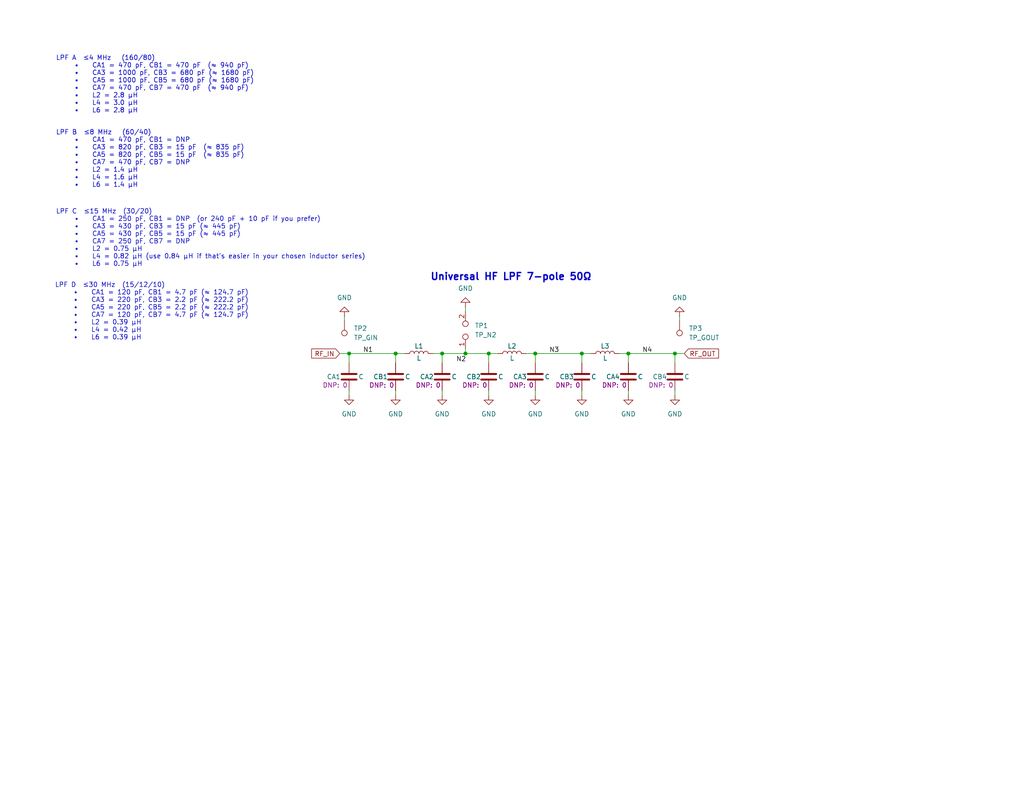
<source format=kicad_sch>
(kicad_sch (version 20250114) (generator "eeschema") (generator_version "9.0")
  (paper "A")
  (title_block (title "HF LPF Generic") (date "2026-02-05") (rev "0") (company "Lee C. Bussy"))
  (lib_symbols
    (symbol "Connector:TestPoint" (pin_numbers (hide yes)) (pin_names (offset 0.762) (hide yes))
      (property "Reference" "TP" (at 0 6.858 0))
      (property "Value" "TestPoint" (at 0 5.08 0))
      (symbol "TestPoint_0_1"
        (circle (center 0 3.302) (radius 0.762))
      )
      (symbol "TestPoint_1_1"
        (pin passive line (at 0 0 90) (length 2.54) (name "1") (number "1"))
      )
    )
    (symbol "Connector:TestPoint_2Pole" (pin_names (offset 0.762) (hide yes))
      (property "Reference" "TP" (at 0 1.524 0))
      (property "Value" "TestPoint_2Pole" (at 0 -1.778 0))
      (symbol "TestPoint_2Pole_0_1"
        (circle (center -1.778 0) (radius 0.762))
        (circle (center 1.778 0) (radius 0.762))
        (pin passive line (at -5.08 0 0) (length 2.54) (name "1") (number "1"))
        (pin passive line (at 5.08 0 180) (length 2.54) (name "2") (number "2"))
      )
    )
    (symbol "Device:C" (pin_numbers (hide yes)) (pin_names (offset 0.254))
      (property "Reference" "C" (at 0.635 2.54 0))
      (property "Value" "C" (at 0.635 -2.54 0))
      (symbol "C_0_1"
        (polyline (pts (xy -2.032 0.762) (xy 2.032 0.762)) (stroke (width 0.508)))
        (polyline (pts (xy -2.032 -0.762) (xy 2.032 -0.762)) (stroke (width 0.508)))
      )
      (symbol "C_1_1"
        (pin passive line (at 0 3.81 270) (length 2.794) (name "~") (number "1"))
        (pin passive line (at 0 -3.81 90) (length 2.794) (name "~") (number "2"))
      )
    )
    (symbol "Device:L" (pin_numbers (hide yes)) (pin_names (offset 1.016) (hide yes))
      (property "Reference" "L" (at -1.27 0 90))
      (property "Value" "L" (at 1.905 0 90))
      (symbol "L_0_1"
        (arc (start 0 2.54) (mid 0.6323 1.905) (end 0 1.27))
        (arc (start 0 1.27) (mid 0.6323 0.635) (end 0 0))
        (arc (start 0 0) (mid 0.6323 -0.635) (end 0 -1.27))
        (arc (start 0 -1.27) (mid 0.6323 -1.905) (end 0 -2.54))
      )
      (symbol "L_1_1"
        (pin passive line (at 0 3.81 270) (length 1.27) (name "1") (number "1"))
        (pin passive line (at 0 -3.81 90) (length 1.27) (name "2") (number "2"))
      )
    )
    (symbol "power:GND" (power) (pin_numbers (hide yes)) (pin_names (offset 0) (hide yes))
      (property "Value" "GND" (at 0 -3.81 0))
      (symbol "GND_0_1"
        (polyline (pts (xy 0 0) (xy 0 -1.27) (xy 1.27 -1.27) (xy 0 -2.54) (xy -1.27 -1.27) (xy 0 -1.27)))
      )
      (symbol "GND_1_1"
        (pin power_in line (at 0 0 270) (length 0) (name "~") (number "1"))
      )
    )
  )
  (text "Universal HF LPF 7-pole 50Ω" (at 139.446 75.692 0) (effects (font (size 1.905 1.905) (thickness 0.381) (bold yes))))
  (text "LPF C  ≤15 MHz  (30/20)\n	•	CA1 = 250 pF, CB1 = DNP  (or 240 pF + 10 pF if you prefer)\n	•	CA3 = 430 pF, CB3 = 15 pF (≈ 445 pF)\n	•	CA5 = 430 pF, CB5 = 15 pF (≈ 445 pF)\n	•	CA7 = 250 pF, CB7 = DNP\n	•	L2 = 0.75 µH\n	•	L4 = 0.82 µH (use 0.84 µH if that's easier in your chosen inductor series)\n	•	L6 = 0.75 µH" (at 15.24 65.024 0) (effects (font (size 1.27 1.27)) (justify left)))
  (text "LPF D  ≤30 MHz  (15/12/10)\n	•	CA1 = 120 pF, CB1 = 4.7 pF (≈ 124.7 pF)\n	•	CA3 = 220 pF, CB3 = 2.2 pF (≈ 222.2 pF)\n	•	CA5 = 220 pF, CB5 = 2.2 pF (≈ 222.2 pF)\n	•	CA7 = 120 pF, CB7 = 4.7 pF (≈ 124.7 pF)\n	•	L2 = 0.39 µH\n	•	L4 = 0.42 µH\n	•	L6 = 0.39 µH" (at 14.986 85.09 0) (effects (font (size 1.27 1.27)) (justify left)))
  (text "LPF B  ≤8 MHz   (60/40)\n	•	CA1 = 470 pF, CB1 = DNP\n	•	CA3 = 820 pF, CB3 = 15 pF  (≈ 835 pF)\n	•	CA5 = 820 pF, CB5 = 15 pF  (≈ 835 pF)\n	•	CA7 = 470 pF, CB7 = DNP\n	•	L2 = 1.4 µH\n	•	L4 = 1.6 µH\n	•	L6 = 1.4 µH" (at 15.24 43.434 0) (effects (font (size 1.27 1.27) (thickness 0.1588)) (justify left)))
  (text "LPF A  ≤4 MHz   (160/80)\n	•	CA1 = 470 pF, CB1 = 470 pF  (≈ 940 pF)\n	•	CA3 = 1000 pF, CB3 = 680 pF (≈ 1680 pF)\n	•	CA5 = 1000 pF, CB5 = 680 pF (≈ 1680 pF)\n	•	CA7 = 470 pF, CB7 = 470 pF  (≈ 940 pF)\n	•	L2 = 2.8 µH\n	•	L4 = 3.0 µH\n	•	L6 = 2.8 µH" (at 15.24 23.114 0) (effects (font (size 1.27 1.27) (thickness 0.1588)) (justify left)))
  (junction (at 127 96.52))
  (junction (at 120.65 96.52))
  (junction (at 107.95 96.52))
  (junction (at 146.05 96.52))
  (junction (at 171.45 96.52))
  (junction (at 95.25 96.52))
  (junction (at 133.35 96.52))
  (junction (at 158.75 96.52))
  (junction (at 184.15 96.52))
  (wire (pts (xy 158.75 96.52) (xy 158.75 99.06)))
  (wire (pts (xy 120.65 96.52) (xy 127 96.52)))
  (wire (pts (xy 143.51 96.52) (xy 146.05 96.52)))
  (wire (pts (xy 133.35 96.52) (xy 133.35 99.06)))
  (wire (pts (xy 146.05 106.68) (xy 146.05 107.95)))
  (wire (pts (xy 107.95 106.68) (xy 107.95 107.95)))
  (wire (pts (xy 107.95 96.52) (xy 110.49 96.52)))
  (wire (pts (xy 158.75 106.68) (xy 158.75 107.95)))
  (wire (pts (xy 171.45 106.68) (xy 171.45 107.95)))
  (wire (pts (xy 120.65 106.68) (xy 120.65 107.95)))
  (wire (pts (xy 118.11 96.52) (xy 120.65 96.52)))
  (wire (pts (xy 185.42 86.36) (xy 185.42 87.63)))
  (wire (pts (xy 127 95.25) (xy 127 96.52)))
  (wire (pts (xy 133.35 106.68) (xy 133.35 107.95)))
  (wire (pts (xy 171.45 96.52) (xy 184.15 96.52)))
  (wire (pts (xy 184.15 96.52) (xy 186.69 96.52)))
  (wire (pts (xy 171.45 96.52) (xy 171.45 99.06)))
  (wire (pts (xy 184.15 106.68) (xy 184.15 107.95)))
  (wire (pts (xy 93.98 86.36) (xy 93.98 87.63)))
  (wire (pts (xy 127 96.52) (xy 133.35 96.52)))
  (wire (pts (xy 95.25 96.52) (xy 95.25 99.06)))
  (wire (pts (xy 184.15 96.52) (xy 184.15 99.06)))
  (wire (pts (xy 127 83.82) (xy 127 85.09)))
  (wire (pts (xy 158.75 96.52) (xy 161.29 96.52)))
  (wire (pts (xy 92.71 96.52) (xy 95.25 96.52)))
  (wire (pts (xy 146.05 96.52) (xy 158.75 96.52)))
  (wire (pts (xy 107.95 96.52) (xy 107.95 99.06)))
  (wire (pts (xy 95.25 96.52) (xy 107.95 96.52)))
  (wire (pts (xy 95.25 106.68) (xy 95.25 107.95)))
  (wire (pts (xy 133.35 96.52) (xy 135.89 96.52)))
  (wire (pts (xy 120.65 96.52) (xy 120.65 99.06)))
  (wire (pts (xy 168.91 96.52) (xy 171.45 96.52)))
  (wire (pts (xy 146.05 96.52) (xy 146.05 99.06)))
  (label "N4" (at 175.26 96.52 0))
  (label "N2" (at 124.46 99.06 0))
  (label "N3" (at 149.86 96.52 0))
  (label "N1" (at 99.06 96.52 0))
  (global_label "RF_IN" (shape input) (at 92.71 96.52 180) (property "Intersheetrefs" "${INTERSHEET_REFS}" (effects (hide yes))))
  (global_label "RF_OUT" (shape input) (at 186.69 96.52 0) (property "Intersheetrefs" "${INTERSHEET_REFS}" (effects (hide yes))))
  (symbol (lib_id "Device:C") (at 95.25 102.87 0) (unit 1)
    (property "Reference" "CA1" (at 89.154 102.87 0) (effects (justify left)))
    (property "Value" "C" (at 97.79 102.87 0) (effects (justify left)))
    (property "Footprint" "Capacitor_SMD:C_0805_2012Metric" (effects (hide yes)))
    (property "Description" "Unpolarized capacitor" (effects (hide yes)))
    (property "DNP" "0" (at 91.44 105.156 0) (show_name yes))
  )
  (symbol (lib_id "Connector:TestPoint_2Pole") (at 127 90.17 90) (unit 1)
    (property "Reference" "TP1" (at 129.54 88.8999 90) (effects (justify right)))
    (property "Value" "TP_N2" (at 129.54 91.4399 90) (effects (justify right)))
    (property "Footprint" "TestPoint:TestPoint_2Pads_Pitch2.54mm_Drill0.8mm" (effects (hide yes)))
    (property "Description" "2-polar test point" (effects (hide yes)))
  )
  (symbol (lib_id "Device:C") (at 107.95 102.87 0) (unit 1)
    (property "Reference" "CB1" (at 101.854 102.87 0) (effects (justify left)))
    (property "Value" "C" (at 110.49 102.87 0) (effects (justify left)))
    (property "Footprint" "Capacitor_SMD:C_0805_2012Metric" (effects (hide yes)))
    (property "Description" "Unpolarized capacitor" (effects (hide yes)))
    (property "DNP" "0" (at 104.14 105.156 0) (show_name yes))
  )
  (symbol (lib_id "power:GND") (at 107.95 107.95 0) (unit 1)
    (property "Reference" "#PWR02" (effects (hide yes)))
    (property "Value" "GND" (at 107.95 113.03 0))
    (property "Description" "Power symbol creates a global label with name \"GND\" , ground" (effects (hide yes)))
  )
  (symbol (lib_id "Device:L") (at 165.1 96.52 90) (unit 1)
    (property "Reference" "L3" (at 165.1 94.488 90))
    (property "Value" "L" (at 165.1 97.79 90))
    (property "Footprint" "Inductor_SMD:L_1206_3216Metric" (effects (hide yes)))
    (property "Description" "Inductor" (effects (hide yes)))
    (property "DNP" "0" (effects (hide yes)))
  )
  (symbol (lib_id "power:GND") (at 185.42 86.36 180) (unit 1)
    (property "Reference" "#PWR011" (effects (hide yes)))
    (property "Value" "GND" (at 185.42 81.28 0))
    (property "Description" "Power symbol creates a global label with name \"GND\" , ground" (effects (hide yes)))
  )
  (symbol (lib_id "Device:L") (at 114.3 96.52 90) (unit 1)
    (property "Reference" "L1" (at 114.3 94.488 90))
    (property "Value" "L" (at 114.3 97.79 90))
    (property "Footprint" "Inductor_SMD:L_1206_3216Metric" (effects (hide yes)))
    (property "Description" "Inductor" (effects (hide yes)))
    (property "DNP" "0" (effects (hide yes)))
  )
  (symbol (lib_id "Connector:TestPoint") (at 93.98 87.63 180) (unit 1)
    (property "Reference" "TP2" (at 96.52 89.6619 0) (effects (justify right)))
    (property "Value" "TP_GIN" (at 96.52 92.2019 0) (effects (justify right)))
    (property "Footprint" "TestPoint:TestPoint_Pad_1.0x1.0mm" (effects (hide yes)))
    (property "Description" "test point" (effects (hide yes)))
  )
  (symbol (lib_id "power:GND") (at 95.25 107.95 0) (unit 1)
    (property "Reference" "#PWR01" (effects (hide yes)))
    (property "Value" "GND" (at 95.25 113.03 0))
    (property "Description" "Power symbol creates a global label with name \"GND\" , ground" (effects (hide yes)))
  )
  (symbol (lib_id "Connector:TestPoint") (at 185.42 87.63 180) (unit 1)
    (property "Reference" "TP3" (at 187.96 89.6619 0) (effects (justify right)))
    (property "Value" "TP_GOUT" (at 187.96 92.2019 0) (effects (justify right)))
    (property "Footprint" "TestPoint:TestPoint_Pad_1.0x1.0mm" (effects (hide yes)))
    (property "Description" "test point" (effects (hide yes)))
  )
  (symbol (lib_id "Device:C") (at 120.65 102.87 0) (unit 1)
    (property "Reference" "CA2" (at 114.554 102.87 0) (effects (justify left)))
    (property "Value" "C" (at 123.19 102.87 0) (effects (justify left)))
    (property "Footprint" "Capacitor_SMD:C_0805_2012Metric" (effects (hide yes)))
    (property "Description" "Unpolarized capacitor" (effects (hide yes)))
    (property "DNP" "0" (at 116.84 105.156 0) (show_name yes))
  )
  (symbol (lib_id "Device:L") (at 139.7 96.52 90) (unit 1)
    (property "Reference" "L2" (at 139.7 94.488 90))
    (property "Value" "L" (at 139.7 97.79 90))
    (property "Footprint" "Inductor_SMD:L_1206_3216Metric" (effects (hide yes)))
    (property "Description" "Inductor" (effects (hide yes)))
    (property "DNP" "0" (effects (hide yes)))
  )
  (symbol (lib_id "power:GND") (at 127 83.82 180) (unit 1)
    (property "Reference" "#PWR09" (effects (hide yes)))
    (property "Value" "GND" (at 127 78.74 0))
    (property "Description" "Power symbol creates a global label with name \"GND\" , ground" (effects (hide yes)))
  )
  (symbol (lib_id "Device:C") (at 146.05 102.87 0) (unit 1)
    (property "Reference" "CA3" (at 139.954 102.87 0) (effects (justify left)))
    (property "Value" "C" (at 148.59 102.87 0) (effects (justify left)))
    (property "Footprint" "Capacitor_SMD:C_0805_2012Metric" (effects (hide yes)))
    (property "Description" "Unpolarized capacitor" (effects (hide yes)))
    (property "DNP" "0" (at 142.24 105.156 0) (show_name yes))
  )
  (symbol (lib_id "Device:C") (at 133.35 102.87 0) (unit 1)
    (property "Reference" "CB2" (at 127.254 102.87 0) (effects (justify left)))
    (property "Value" "C" (at 135.89 102.87 0) (effects (justify left)))
    (property "Footprint" "Capacitor_SMD:C_0805_2012Metric" (effects (hide yes)))
    (property "Description" "Unpolarized capacitor" (effects (hide yes)))
    (property "DNP" "0" (at 129.54 105.156 0) (show_name yes))
  )
  (symbol (lib_id "power:GND") (at 120.65 107.95 0) (unit 1)
    (property "Reference" "#PWR03" (effects (hide yes)))
    (property "Value" "GND" (at 120.65 113.03 0))
    (property "Description" "Power symbol creates a global label with name \"GND\" , ground" (effects (hide yes)))
  )
  (symbol (lib_id "power:GND") (at 184.15 107.95 0) (unit 1)
    (property "Reference" "#PWR08" (effects (hide yes)))
    (property "Value" "GND" (at 184.15 113.03 0))
    (property "Description" "Power symbol creates a global label with name \"GND\" , ground" (effects (hide yes)))
  )
  (symbol (lib_id "power:GND") (at 146.05 107.95 0) (unit 1)
    (property "Reference" "#PWR05" (effects (hide yes)))
    (property "Value" "GND" (at 146.05 113.03 0))
    (property "Description" "Power symbol creates a global label with name \"GND\" , ground" (effects (hide yes)))
  )
  (symbol (lib_id "power:GND") (at 133.35 107.95 0) (unit 1)
    (property "Reference" "#PWR04" (effects (hide yes)))
    (property "Value" "GND" (at 133.35 113.03 0))
    (property "Description" "Power symbol creates a global label with name \"GND\" , ground" (effects (hide yes)))
  )
  (symbol (lib_id "Device:C") (at 184.15 102.87 0) (unit 1)
    (property "Reference" "CB4" (at 178.054 102.87 0) (effects (justify left)))
    (property "Value" "C" (at 186.69 102.87 0) (effects (justify left)))
    (property "Footprint" "Capacitor_SMD:C_0805_2012Metric" (effects (hide yes)))
    (property "Description" "Unpolarized capacitor" (effects (hide yes)))
    (property "DNP" "0" (at 180.34 105.156 0) (show_name yes))
  )
  (symbol (lib_id "power:GND") (at 158.75 107.95 0) (unit 1)
    (property "Reference" "#PWR06" (effects (hide yes)))
    (property "Value" "GND" (at 158.75 113.03 0))
    (property "Description" "Power symbol creates a global label with name \"GND\" , ground" (effects (hide yes)))
  )
  (symbol (lib_id "power:GND") (at 171.45 107.95 0) (unit 1)
    (property "Reference" "#PWR07" (effects (hide yes)))
    (property "Value" "GND" (at 171.45 113.03 0))
    (property "Description" "Power symbol creates a global label with name \"GND\" , ground" (effects (hide yes)))
  )
  (symbol (lib_id "power:GND") (at 93.98 86.36 180) (unit 1)
    (property "Reference" "#PWR010" (effects (hide yes)))
    (property "Value" "GND" (at 93.98 81.28 0))
    (property "Description" "Power symbol creates a global label with name \"GND\" , ground" (effects (hide yes)))
  )
  (symbol (lib_id "Device:C") (at 171.45 102.87 0) (unit 1)
    (property "Reference" "CA4" (at 165.354 102.87 0) (effects (justify left)))
    (property "Value" "C" (at 173.99 102.87 0) (effects (justify left)))
    (property "Footprint" "Capacitor_SMD:C_0805_2012Metric" (effects (hide yes)))
    (property "Description" "Unpolarized capacitor" (effects (hide yes)))
    (property "DNP" "0" (at 167.64 105.156 0) (show_name yes))
  )
  (symbol (lib_id "Device:C") (at 158.75 102.87 0) (unit 1)
    (property "Reference" "CB3" (at 152.654 102.87 0) (effects (justify left)))
    (property "Value" "C" (at 161.29 102.87 0) (effects (justify left)))
    (property "Footprint" "Capacitor_SMD:C_0805_2012Metric" (effects (hide yes)))
    (property "Description" "Unpolarized capacitor" (effects (hide yes)))
    (property "DNP" "0" (at 154.94 105.156 0) (show_name yes))
  )
)
</source>
